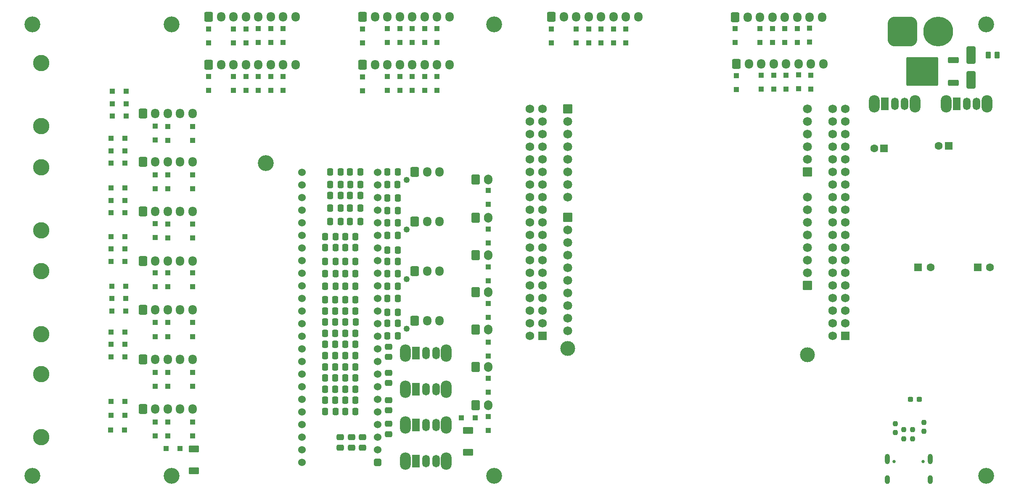
<source format=gbr>
%TF.GenerationSoftware,KiCad,Pcbnew,8.0.5*%
%TF.CreationDate,2024-12-09T22:48:52-08:00*%
%TF.ProjectId,MRIRobot_PCB,4d524952-6f62-46f7-945f-5043422e6b69,rev?*%
%TF.SameCoordinates,Original*%
%TF.FileFunction,Soldermask,Bot*%
%TF.FilePolarity,Negative*%
%FSLAX46Y46*%
G04 Gerber Fmt 4.6, Leading zero omitted, Abs format (unit mm)*
G04 Created by KiCad (PCBNEW 8.0.5) date 2024-12-09 22:48:52*
%MOMM*%
%LPD*%
G01*
G04 APERTURE LIST*
G04 Aperture macros list*
%AMRoundRect*
0 Rectangle with rounded corners*
0 $1 Rounding radius*
0 $2 $3 $4 $5 $6 $7 $8 $9 X,Y pos of 4 corners*
0 Add a 4 corners polygon primitive as box body*
4,1,4,$2,$3,$4,$5,$6,$7,$8,$9,$2,$3,0*
0 Add four circle primitives for the rounded corners*
1,1,$1+$1,$2,$3*
1,1,$1+$1,$4,$5*
1,1,$1+$1,$6,$7*
1,1,$1+$1,$8,$9*
0 Add four rect primitives between the rounded corners*
20,1,$1+$1,$2,$3,$4,$5,0*
20,1,$1+$1,$4,$5,$6,$7,0*
20,1,$1+$1,$6,$7,$8,$9,0*
20,1,$1+$1,$8,$9,$2,$3,0*%
G04 Aperture macros list end*
%ADD10RoundRect,0.250000X-0.600000X-0.750000X0.600000X-0.750000X0.600000X0.750000X-0.600000X0.750000X0*%
%ADD11O,1.700000X2.000000*%
%ADD12C,3.000000*%
%ADD13RoundRect,0.102000X0.802500X0.802500X-0.802500X0.802500X-0.802500X-0.802500X0.802500X-0.802500X0*%
%ADD14C,1.809000*%
%ADD15RoundRect,0.102000X0.765000X0.765000X-0.765000X0.765000X-0.765000X-0.765000X0.765000X-0.765000X0*%
%ADD16C,1.734000*%
%ADD17RoundRect,0.250000X-0.600000X-0.725000X0.600000X-0.725000X0.600000X0.725000X-0.600000X0.725000X0*%
%ADD18O,1.700000X1.950000*%
%ADD19C,0.650000*%
%ADD20O,1.000000X2.100000*%
%ADD21O,1.000000X1.800000*%
%ADD22O,2.200000X3.500000*%
%ADD23R,1.500000X2.500000*%
%ADD24O,1.500000X2.500000*%
%ADD25C,3.200000*%
%ADD26R,1.600000X1.600000*%
%ADD27C,1.600000*%
%ADD28C,3.300000*%
%ADD29C,1.250000*%
%ADD30RoundRect,1.500000X-1.500000X-1.500000X1.500000X-1.500000X1.500000X1.500000X-1.500000X1.500000X0*%
%ADD31C,6.000000*%
%ADD32C,1.524000*%
%ADD33RoundRect,0.381000X-0.381000X-0.381000X0.381000X-0.381000X0.381000X0.381000X-0.381000X0.381000X0*%
%ADD34RoundRect,0.250000X-0.300000X0.300000X-0.300000X-0.300000X0.300000X-0.300000X0.300000X0.300000X0*%
%ADD35RoundRect,0.250000X-0.300000X-0.300000X0.300000X-0.300000X0.300000X0.300000X-0.300000X0.300000X0*%
%ADD36RoundRect,0.250000X-0.337500X-0.475000X0.337500X-0.475000X0.337500X0.475000X-0.337500X0.475000X0*%
%ADD37RoundRect,0.250000X-0.475000X0.337500X-0.475000X-0.337500X0.475000X-0.337500X0.475000X0.337500X0*%
%ADD38RoundRect,0.250000X0.300000X0.300000X-0.300000X0.300000X-0.300000X-0.300000X0.300000X-0.300000X0*%
%ADD39RoundRect,0.250000X-0.800000X0.450000X-0.800000X-0.450000X0.800000X-0.450000X0.800000X0.450000X0*%
%ADD40RoundRect,0.237500X0.237500X-0.250000X0.237500X0.250000X-0.237500X0.250000X-0.237500X-0.250000X0*%
%ADD41RoundRect,0.250000X0.850000X0.350000X-0.850000X0.350000X-0.850000X-0.350000X0.850000X-0.350000X0*%
%ADD42RoundRect,0.249997X2.950003X2.650003X-2.950003X2.650003X-2.950003X-2.650003X2.950003X-2.650003X0*%
%ADD43RoundRect,0.250000X0.650000X-1.500000X0.650000X1.500000X-0.650000X1.500000X-0.650000X-1.500000X0*%
%ADD44RoundRect,0.250000X-0.262500X-0.450000X0.262500X-0.450000X0.262500X0.450000X-0.262500X0.450000X0*%
%ADD45RoundRect,0.237500X-0.300000X-0.237500X0.300000X-0.237500X0.300000X0.237500X-0.300000X0.237500X0*%
G04 APERTURE END LIST*
D10*
%TO.C,J14*%
X119250000Y-111000000D03*
D11*
X121750000Y-111000000D03*
%TD*%
D12*
%TO.C,U1*%
X186020000Y-138570000D03*
X137760000Y-137300000D03*
D13*
X137760000Y-110880000D03*
D14*
X137760000Y-113420000D03*
X137760000Y-115960000D03*
X137760000Y-118500000D03*
X137760000Y-121040000D03*
X137760000Y-123580000D03*
X137760000Y-126120000D03*
X137760000Y-128660000D03*
X137760000Y-131200000D03*
X137760000Y-133740000D03*
D13*
X186020000Y-124600000D03*
D14*
X186020000Y-122060000D03*
X186020000Y-119520000D03*
X186020000Y-116980000D03*
X186020000Y-114440000D03*
X186020000Y-111900000D03*
X186020000Y-109360000D03*
X186020000Y-106820000D03*
D15*
X193640000Y-134760000D03*
D16*
X191100000Y-134760000D03*
X193640000Y-132220000D03*
X191100000Y-132220000D03*
X193640000Y-129680000D03*
X191100000Y-129680000D03*
X193640000Y-127140000D03*
X191100000Y-127140000D03*
X193640000Y-124600000D03*
X191100000Y-124600000D03*
X193640000Y-122060000D03*
X191100000Y-122060000D03*
X193640000Y-119520000D03*
X191100000Y-119520000D03*
X193640000Y-116980000D03*
X191100000Y-116980000D03*
X193640000Y-114440000D03*
X191100000Y-114440000D03*
X193640000Y-111900000D03*
X191100000Y-111900000D03*
X193640000Y-109360000D03*
X191100000Y-109360000D03*
X193640000Y-106820000D03*
X191100000Y-106820000D03*
X193640000Y-104280000D03*
X191100000Y-104280000D03*
X193640000Y-101740000D03*
X191100000Y-101740000D03*
X193640000Y-99200000D03*
X191100000Y-99200000D03*
X193640000Y-96660000D03*
X191100000Y-96660000D03*
X193640000Y-94120000D03*
X191100000Y-94120000D03*
X193640000Y-91580000D03*
X191100000Y-91580000D03*
X193640000Y-89040000D03*
X191100000Y-89040000D03*
D13*
X186020000Y-101740000D03*
D14*
X186020000Y-99200000D03*
X186020000Y-96660000D03*
X186020000Y-94120000D03*
X186020000Y-91580000D03*
X186020000Y-89040000D03*
D13*
X137760000Y-89040000D03*
D14*
X137760000Y-91580000D03*
X137760000Y-94120000D03*
X137760000Y-96660000D03*
X137760000Y-99200000D03*
X137760000Y-101740000D03*
X137760000Y-104280000D03*
X137760000Y-106820000D03*
D15*
X132680000Y-134760000D03*
D16*
X130140000Y-134760000D03*
X132680000Y-132220000D03*
X130140000Y-132220000D03*
X132680000Y-129680000D03*
X130140000Y-129680000D03*
X132680000Y-127140000D03*
X130140000Y-127140000D03*
X132680000Y-124600000D03*
X130140000Y-124600000D03*
X132680000Y-122060000D03*
X130140000Y-122060000D03*
X132680000Y-119520000D03*
X130140000Y-119520000D03*
X132680000Y-116980000D03*
X130140000Y-116980000D03*
X132680000Y-114440000D03*
X130140000Y-114440000D03*
X132680000Y-111900000D03*
X130140000Y-111900000D03*
X132680000Y-109360000D03*
X130140000Y-109360000D03*
X132680000Y-106820000D03*
X130140000Y-106820000D03*
X132680000Y-104280000D03*
X130140000Y-104280000D03*
X132680000Y-101740000D03*
X130140000Y-101740000D03*
X132680000Y-99200000D03*
X130140000Y-99200000D03*
X132680000Y-96660000D03*
X130140000Y-96660000D03*
X132680000Y-94120000D03*
X130140000Y-94120000D03*
X132680000Y-91580000D03*
X130140000Y-91580000D03*
X132680000Y-89040000D03*
X130140000Y-89040000D03*
%TD*%
D17*
%TO.C,J27*%
X65500000Y-70500000D03*
D18*
X68000000Y-70500000D03*
X70500000Y-70500000D03*
X73000000Y-70500000D03*
X75500000Y-70500000D03*
X78000000Y-70500000D03*
X80500000Y-70500000D03*
X83000000Y-70500000D03*
%TD*%
D19*
%TO.C,J4*%
X203532500Y-160070000D03*
X209312500Y-160070000D03*
D20*
X202102500Y-159570000D03*
D21*
X202102500Y-163750000D03*
D20*
X210742500Y-159570000D03*
D21*
X210742500Y-163750000D03*
%TD*%
D22*
%TO.C,SW6*%
X105150000Y-160000000D03*
X113350000Y-160000000D03*
D23*
X107250000Y-160000000D03*
D24*
X109250000Y-160000000D03*
X111250000Y-160000000D03*
%TD*%
D22*
%TO.C,SW3*%
X105150000Y-138250000D03*
X113350000Y-138250000D03*
D23*
X107250000Y-138250000D03*
D24*
X109250000Y-138250000D03*
X111250000Y-138250000D03*
%TD*%
D25*
%TO.C,H9*%
X77000000Y-100000000D03*
%TD*%
D10*
%TO.C,J10*%
X119250000Y-103250000D03*
D11*
X121750000Y-103250000D03*
%TD*%
D25*
%TO.C,H8*%
X30000000Y-163000000D03*
%TD*%
D22*
%TO.C,SW2*%
X214025000Y-88000000D03*
X222225000Y-88000000D03*
D23*
X216125000Y-88000000D03*
D24*
X218125000Y-88000000D03*
X220125000Y-88000000D03*
%TD*%
D26*
%TO.C,C11*%
X220317621Y-121000000D03*
D27*
X222817621Y-121000000D03*
%TD*%
D26*
%TO.C,C3*%
X214500000Y-96500000D03*
D27*
X212500000Y-96500000D03*
%TD*%
D17*
%TO.C,J24*%
X65500000Y-80200000D03*
D18*
X68000000Y-80200000D03*
X70500000Y-80200000D03*
X73000000Y-80200000D03*
X75500000Y-80200000D03*
X78000000Y-80200000D03*
X80500000Y-80200000D03*
X83000000Y-80200000D03*
%TD*%
D28*
%TO.C,J33*%
X31825000Y-121750000D03*
X31825000Y-134450000D03*
%TD*%
%TO.C,J28*%
X31750000Y-100850000D03*
X31750000Y-113550000D03*
%TD*%
D17*
%TO.C,J6*%
X52250000Y-129500000D03*
D18*
X54750000Y-129500000D03*
X57250000Y-129500000D03*
X59750000Y-129500000D03*
X62250000Y-129500000D03*
%TD*%
D28*
%TO.C,J32*%
X31750000Y-79850000D03*
X31750000Y-92550000D03*
%TD*%
D25*
%TO.C,H5*%
X123000000Y-72000000D03*
%TD*%
D10*
%TO.C,J12*%
X119250000Y-133500000D03*
D11*
X121750000Y-133500000D03*
%TD*%
D26*
%TO.C,C10*%
X208317621Y-121000000D03*
D27*
X210817621Y-121000000D03*
%TD*%
D29*
%TO.C,J23*%
X105400000Y-103350000D03*
D17*
X107000000Y-101750000D03*
D18*
X109500000Y-101750000D03*
X112000000Y-101750000D03*
%TD*%
D17*
%TO.C,J2*%
X52250000Y-99700000D03*
D18*
X54750000Y-99700000D03*
X57250000Y-99700000D03*
X59750000Y-99700000D03*
X62250000Y-99700000D03*
%TD*%
D17*
%TO.C,J18*%
X171500000Y-70625000D03*
D18*
X174000000Y-70625000D03*
X176500000Y-70625000D03*
X179000000Y-70625000D03*
X181500000Y-70625000D03*
X184000000Y-70625000D03*
X186500000Y-70625000D03*
X189000000Y-70625000D03*
%TD*%
D30*
%TO.C,J9*%
X205150000Y-73500000D03*
D31*
X212350000Y-73500000D03*
%TD*%
D25*
%TO.C,H1*%
X58000000Y-163000000D03*
%TD*%
D17*
%TO.C,J17*%
X171750000Y-80000000D03*
D18*
X174250000Y-80000000D03*
X176750000Y-80000000D03*
X179250000Y-80000000D03*
X181750000Y-80000000D03*
X184250000Y-80000000D03*
X186750000Y-80000000D03*
X189250000Y-80000000D03*
%TD*%
D29*
%TO.C,J26*%
X105400000Y-133350000D03*
D17*
X107000000Y-131750000D03*
D18*
X109500000Y-131750000D03*
X112000000Y-131750000D03*
%TD*%
D25*
%TO.C,H4*%
X58000000Y-72000000D03*
%TD*%
D22*
%TO.C,SW4*%
X105150000Y-145500000D03*
X113350000Y-145500000D03*
D23*
X107250000Y-145500000D03*
D24*
X109250000Y-145500000D03*
X111250000Y-145500000D03*
%TD*%
D17*
%TO.C,J20*%
X96500000Y-80200000D03*
D18*
X99000000Y-80200000D03*
X101500000Y-80200000D03*
X104000000Y-80200000D03*
X106500000Y-80200000D03*
X109000000Y-80200000D03*
X111500000Y-80200000D03*
X114000000Y-80200000D03*
%TD*%
D25*
%TO.C,H6*%
X222000000Y-72000000D03*
%TD*%
%TO.C,H2*%
X123000000Y-163000000D03*
%TD*%
D10*
%TO.C,J13*%
X119250000Y-148700000D03*
D11*
X121750000Y-148700000D03*
%TD*%
D32*
%TO.C,U3*%
X84260000Y-101800000D03*
X84260000Y-104340000D03*
X84260000Y-106880000D03*
X84260000Y-109420000D03*
X84260000Y-111960000D03*
X84260000Y-114500000D03*
X84260000Y-117040000D03*
X84260000Y-119580000D03*
X84260000Y-122120000D03*
X84260000Y-124660000D03*
X84260000Y-127200000D03*
X84260000Y-129740000D03*
X84260000Y-132280000D03*
X84260000Y-134820000D03*
X84260000Y-137360000D03*
X84260000Y-139900000D03*
X84260000Y-142440000D03*
X84260000Y-144980000D03*
X84260000Y-147520000D03*
X84260000Y-150060000D03*
X84260000Y-152600000D03*
X84260000Y-155140000D03*
X84260000Y-157680000D03*
X84260000Y-160220000D03*
D33*
X99500000Y-160220000D03*
D32*
X99500000Y-157680000D03*
X99500000Y-155140000D03*
X99500000Y-152600000D03*
X99500000Y-150060000D03*
X99500000Y-147520000D03*
X99500000Y-144980000D03*
X99500000Y-142440000D03*
X99500000Y-139900000D03*
X99500000Y-137360000D03*
X99500000Y-134820000D03*
X99500000Y-132280000D03*
X99500000Y-129740000D03*
X99500000Y-127200000D03*
X99500000Y-124660000D03*
X99500000Y-122120000D03*
X99500000Y-119580000D03*
X99500000Y-117040000D03*
X99500000Y-114500000D03*
X99500000Y-111960000D03*
X99500000Y-109420000D03*
X99500000Y-106880000D03*
X99500000Y-104340000D03*
X99500000Y-101800000D03*
%TD*%
D26*
%TO.C,C2*%
X201500000Y-97000000D03*
D27*
X199500000Y-97000000D03*
%TD*%
D25*
%TO.C,H7*%
X30000000Y-72000000D03*
%TD*%
D10*
%TO.C,J11*%
X119250000Y-118500000D03*
D11*
X121750000Y-118500000D03*
%TD*%
D29*
%TO.C,J22*%
X105400000Y-113350000D03*
D17*
X107000000Y-111750000D03*
D18*
X109500000Y-111750000D03*
X112000000Y-111750000D03*
%TD*%
D17*
%TO.C,J21*%
X96500000Y-70500000D03*
D18*
X99000000Y-70500000D03*
X101500000Y-70500000D03*
X104000000Y-70500000D03*
X106500000Y-70500000D03*
X109000000Y-70500000D03*
X111500000Y-70500000D03*
X114000000Y-70500000D03*
%TD*%
D17*
%TO.C,J8*%
X52250000Y-149500000D03*
D18*
X54750000Y-149500000D03*
X57250000Y-149500000D03*
X59750000Y-149500000D03*
X62250000Y-149500000D03*
%TD*%
D28*
%TO.C,J34*%
X31825000Y-142500000D03*
X31825000Y-155200000D03*
%TD*%
D25*
%TO.C,H3*%
X222000000Y-163000000D03*
%TD*%
D17*
%TO.C,J1*%
X52250000Y-90000000D03*
D18*
X54750000Y-90000000D03*
X57250000Y-90000000D03*
X59750000Y-90000000D03*
X62250000Y-90000000D03*
%TD*%
D17*
%TO.C,J7*%
X52250000Y-139500000D03*
D18*
X54750000Y-139500000D03*
X57250000Y-139500000D03*
X59750000Y-139500000D03*
X62250000Y-139500000D03*
%TD*%
D10*
%TO.C,J15*%
X119250000Y-126000000D03*
D11*
X121750000Y-126000000D03*
%TD*%
D10*
%TO.C,J16*%
X119250000Y-141000000D03*
D11*
X121750000Y-141000000D03*
%TD*%
D17*
%TO.C,J5*%
X52250000Y-119700000D03*
D18*
X54750000Y-119700000D03*
X57250000Y-119700000D03*
X59750000Y-119700000D03*
X62250000Y-119700000D03*
%TD*%
D22*
%TO.C,SW5*%
X105150000Y-152750000D03*
X113350000Y-152750000D03*
D23*
X107250000Y-152750000D03*
D24*
X109250000Y-152750000D03*
X111250000Y-152750000D03*
%TD*%
D17*
%TO.C,J19*%
X134500000Y-70500000D03*
D18*
X137000000Y-70500000D03*
X139500000Y-70500000D03*
X142000000Y-70500000D03*
X144500000Y-70500000D03*
X147000000Y-70500000D03*
X149500000Y-70500000D03*
X152000000Y-70500000D03*
%TD*%
D22*
%TO.C,SW1*%
X199525000Y-88000000D03*
X207725000Y-88000000D03*
D23*
X201625000Y-88000000D03*
D24*
X203625000Y-88000000D03*
X205625000Y-88000000D03*
%TD*%
D17*
%TO.C,J3*%
X52250000Y-109700000D03*
D18*
X54750000Y-109700000D03*
X57250000Y-109700000D03*
X59750000Y-109700000D03*
X62250000Y-109700000D03*
%TD*%
D29*
%TO.C,J25*%
X105400000Y-123350000D03*
D17*
X107000000Y-121750000D03*
D18*
X109500000Y-121750000D03*
X112000000Y-121750000D03*
%TD*%
D34*
%TO.C,D22*%
X62250000Y-152100000D03*
X62250000Y-154900000D03*
%TD*%
D35*
%TO.C,D96*%
X45850000Y-105000000D03*
X48650000Y-105000000D03*
%TD*%
D34*
%TO.C,D53*%
X149500000Y-73000000D03*
X149500000Y-75800000D03*
%TD*%
D36*
%TO.C,R35*%
X88925000Y-141000000D03*
X91000000Y-141000000D03*
%TD*%
D35*
%TO.C,D102*%
X46000000Y-124750000D03*
X48800000Y-124750000D03*
%TD*%
D34*
%TO.C,D70*%
X73000000Y-82500000D03*
X73000000Y-85300000D03*
%TD*%
%TO.C,D76*%
X73000000Y-72950000D03*
X73000000Y-75750000D03*
%TD*%
%TO.C,D38*%
X54750000Y-152100000D03*
X54750000Y-154900000D03*
%TD*%
D36*
%TO.C,R128*%
X101500000Y-101750000D03*
X103575000Y-101750000D03*
%TD*%
%TO.C,R43*%
X88962500Y-124750000D03*
X91037500Y-124750000D03*
%TD*%
D34*
%TO.C,D72*%
X65500000Y-73000000D03*
X65500000Y-75800000D03*
%TD*%
%TO.C,D41*%
X186750000Y-82250000D03*
X186750000Y-85050000D03*
%TD*%
%TO.C,D85*%
X121750000Y-151000000D03*
X121750000Y-153800000D03*
%TD*%
D35*
%TO.C,D105*%
X45850000Y-134000000D03*
X48650000Y-134000000D03*
%TD*%
D34*
%TO.C,D45*%
X184000000Y-72875000D03*
X184000000Y-75675000D03*
%TD*%
D36*
%TO.C,R123*%
X101500000Y-119750000D03*
X103575000Y-119750000D03*
%TD*%
%TO.C,C56*%
X93962500Y-111750000D03*
X96037500Y-111750000D03*
%TD*%
D34*
%TO.C,D59*%
X111500000Y-82500000D03*
X111500000Y-85300000D03*
%TD*%
D36*
%TO.C,C47*%
X93000000Y-134250000D03*
X95075000Y-134250000D03*
%TD*%
%TO.C,R34*%
X88962500Y-150000000D03*
X91037500Y-150000000D03*
%TD*%
D34*
%TO.C,D49*%
X144500000Y-73000000D03*
X144500000Y-75800000D03*
%TD*%
D36*
%TO.C,R127*%
X101500000Y-114500000D03*
X103575000Y-114500000D03*
%TD*%
D34*
%TO.C,D61*%
X106500000Y-72850000D03*
X106500000Y-75650000D03*
%TD*%
%TO.C,D57*%
X109000000Y-82500000D03*
X109000000Y-85300000D03*
%TD*%
D37*
%TO.C,R115*%
X92000000Y-155212500D03*
X92000000Y-157287500D03*
%TD*%
D34*
%TO.C,D34*%
X62250000Y-142100000D03*
X62250000Y-144900000D03*
%TD*%
D36*
%TO.C,R85*%
X89962500Y-101750000D03*
X92037500Y-101750000D03*
%TD*%
%TO.C,R41*%
X88925000Y-129750000D03*
X91000000Y-129750000D03*
%TD*%
D38*
%TO.C,D84*%
X119200000Y-151250000D03*
X116400000Y-151250000D03*
%TD*%
D34*
%TO.C,D29*%
X57250000Y-112250000D03*
X57250000Y-115050000D03*
%TD*%
D36*
%TO.C,R119*%
X101500000Y-124750000D03*
X103575000Y-124750000D03*
%TD*%
D37*
%TO.C,R112*%
X101750000Y-147712500D03*
X101750000Y-149787500D03*
%TD*%
D36*
%TO.C,R45*%
X88962500Y-122250000D03*
X91037500Y-122250000D03*
%TD*%
D34*
%TO.C,D30*%
X54750000Y-112200000D03*
X54750000Y-115000000D03*
%TD*%
%TO.C,D28*%
X62250000Y-112250000D03*
X62250000Y-115050000D03*
%TD*%
D36*
%TO.C,C53*%
X93000000Y-119750000D03*
X95075000Y-119750000D03*
%TD*%
D34*
%TO.C,D67*%
X75500000Y-82500000D03*
X75500000Y-85300000D03*
%TD*%
D36*
%TO.C,C50*%
X93000000Y-129750000D03*
X95075000Y-129750000D03*
%TD*%
%TO.C,R80*%
X89962500Y-111750000D03*
X92037500Y-111750000D03*
%TD*%
%TO.C,C58*%
X93962500Y-109000000D03*
X96037500Y-109000000D03*
%TD*%
D34*
%TO.C,D15*%
X171750000Y-82350000D03*
X171750000Y-85150000D03*
%TD*%
D36*
%TO.C,R129*%
X101462500Y-104250000D03*
X103537500Y-104250000D03*
%TD*%
D34*
%TO.C,D73*%
X75500000Y-72850000D03*
X75500000Y-75650000D03*
%TD*%
D35*
%TO.C,D108*%
X45750000Y-153750000D03*
X48550000Y-153750000D03*
%TD*%
%TO.C,D92*%
X46100000Y-90500000D03*
X48900000Y-90500000D03*
%TD*%
D34*
%TO.C,D79*%
X121750000Y-128250000D03*
X121750000Y-131050000D03*
%TD*%
D35*
%TO.C,D94*%
X45850000Y-107500000D03*
X48650000Y-107500000D03*
%TD*%
D34*
%TO.C,D71*%
X80500000Y-82500000D03*
X80500000Y-85300000D03*
%TD*%
D36*
%TO.C,R38*%
X88925000Y-134250000D03*
X91000000Y-134250000D03*
%TD*%
D34*
%TO.C,D23*%
X57250000Y-92600000D03*
X57250000Y-95400000D03*
%TD*%
D36*
%TO.C,R130*%
X101500000Y-107000000D03*
X103575000Y-107000000D03*
%TD*%
%TO.C,C41*%
X93000000Y-147750000D03*
X95075000Y-147750000D03*
%TD*%
D35*
%TO.C,D99*%
X45850000Y-114750000D03*
X48650000Y-114750000D03*
%TD*%
D39*
%TO.C,D87*%
X62500000Y-157550000D03*
X62500000Y-161950000D03*
%TD*%
D34*
%TO.C,D19*%
X62250000Y-122100000D03*
X62250000Y-124900000D03*
%TD*%
D38*
%TO.C,D86*%
X59750000Y-157500000D03*
X56950000Y-157500000D03*
%TD*%
D34*
%TO.C,D58*%
X104000000Y-82500000D03*
X104000000Y-85300000D03*
%TD*%
%TO.C,D80*%
X121750000Y-113250000D03*
X121750000Y-116050000D03*
%TD*%
D35*
%TO.C,D90*%
X46100000Y-85500000D03*
X48900000Y-85500000D03*
%TD*%
D34*
%TO.C,D36*%
X54750000Y-142100000D03*
X54750000Y-144900000D03*
%TD*%
D36*
%TO.C,C57*%
X92962500Y-114750000D03*
X95037500Y-114750000D03*
%TD*%
%TO.C,C42*%
X92962500Y-145500000D03*
X95037500Y-145500000D03*
%TD*%
D34*
%TO.C,D25*%
X62250000Y-102350000D03*
X62250000Y-105150000D03*
%TD*%
%TO.C,D24*%
X54750000Y-92500000D03*
X54750000Y-95300000D03*
%TD*%
%TO.C,D52*%
X142000000Y-73000000D03*
X142000000Y-75800000D03*
%TD*%
D36*
%TO.C,R117*%
X101500000Y-134750000D03*
X103575000Y-134750000D03*
%TD*%
D37*
%TO.C,R110*%
X101750000Y-152500000D03*
X101750000Y-154575000D03*
%TD*%
D34*
%TO.C,D65*%
X111500000Y-72850000D03*
X111500000Y-75650000D03*
%TD*%
D37*
%TO.C,R116*%
X101750000Y-136962500D03*
X101750000Y-139037500D03*
%TD*%
D40*
%TO.C,R14*%
X203740000Y-154250000D03*
X203740000Y-152425000D03*
%TD*%
D36*
%TO.C,C54*%
X92962500Y-122250000D03*
X95037500Y-122250000D03*
%TD*%
D34*
%TO.C,D82*%
X121750000Y-120850000D03*
X121750000Y-123650000D03*
%TD*%
%TO.C,D74*%
X70500000Y-73000000D03*
X70500000Y-75800000D03*
%TD*%
D35*
%TO.C,D91*%
X45850000Y-97500000D03*
X48650000Y-97500000D03*
%TD*%
D34*
%TO.C,D81*%
X121750000Y-136000000D03*
X121750000Y-138800000D03*
%TD*%
D35*
%TO.C,D98*%
X45850000Y-110000000D03*
X48650000Y-110000000D03*
%TD*%
D34*
%TO.C,D68*%
X70500000Y-82500000D03*
X70500000Y-85300000D03*
%TD*%
D36*
%TO.C,R81*%
X88962500Y-114750000D03*
X91037500Y-114750000D03*
%TD*%
%TO.C,R42*%
X88925000Y-127500000D03*
X91000000Y-127500000D03*
%TD*%
D34*
%TO.C,D66*%
X65500000Y-82500000D03*
X65500000Y-85300000D03*
%TD*%
D36*
%TO.C,C59*%
X94000000Y-104250000D03*
X96075000Y-104250000D03*
%TD*%
%TO.C,C43*%
X92962500Y-150000000D03*
X95037500Y-150000000D03*
%TD*%
D35*
%TO.C,D100*%
X46000000Y-127250000D03*
X48800000Y-127250000D03*
%TD*%
%TO.C,D106*%
X45850000Y-148000000D03*
X48650000Y-148000000D03*
%TD*%
D36*
%TO.C,R36*%
X88925000Y-138750000D03*
X91000000Y-138750000D03*
%TD*%
%TO.C,R122*%
X101500000Y-117500000D03*
X103575000Y-117500000D03*
%TD*%
%TO.C,C61*%
X93962500Y-101750000D03*
X96037500Y-101750000D03*
%TD*%
D34*
%TO.C,D20*%
X57250000Y-122100000D03*
X57250000Y-124900000D03*
%TD*%
%TO.C,D64*%
X104000000Y-72850000D03*
X104000000Y-75650000D03*
%TD*%
%TO.C,D63*%
X109000000Y-72850000D03*
X109000000Y-75650000D03*
%TD*%
D41*
%TO.C,Q1*%
X215450000Y-79222500D03*
D42*
X209150000Y-81502500D03*
D41*
X215450000Y-83782500D03*
%TD*%
D36*
%TO.C,C44*%
X93000000Y-141000000D03*
X95075000Y-141000000D03*
%TD*%
%TO.C,R121*%
X101500000Y-127250000D03*
X103575000Y-127250000D03*
%TD*%
D34*
%TO.C,D83*%
X121750000Y-143350000D03*
X121750000Y-146150000D03*
%TD*%
%TO.C,D40*%
X184250000Y-82200000D03*
X184250000Y-85000000D03*
%TD*%
%TO.C,D44*%
X176500000Y-72875000D03*
X176500000Y-75675000D03*
%TD*%
D43*
%TO.C,D109*%
X219000000Y-83250000D03*
X219000000Y-78250000D03*
%TD*%
D36*
%TO.C,R125*%
X101500000Y-109500000D03*
X103575000Y-109500000D03*
%TD*%
%TO.C,R40*%
X88925000Y-136500000D03*
X91000000Y-136500000D03*
%TD*%
D34*
%TO.C,D54*%
X96500000Y-82600000D03*
X96500000Y-85400000D03*
%TD*%
D44*
%TO.C,R6*%
X222425000Y-78250000D03*
X224250000Y-78250000D03*
%TD*%
D36*
%TO.C,C55*%
X92962500Y-117000000D03*
X95037500Y-117000000D03*
%TD*%
D34*
%TO.C,D33*%
X54750000Y-132100000D03*
X54750000Y-134900000D03*
%TD*%
%TO.C,D55*%
X106500000Y-82500000D03*
X106500000Y-85300000D03*
%TD*%
D45*
%TO.C,C1*%
X206830000Y-147587500D03*
X208555000Y-147587500D03*
%TD*%
D37*
%TO.C,R113*%
X94250000Y-155212500D03*
X94250000Y-157287500D03*
%TD*%
D35*
%TO.C,D103*%
X45850000Y-136500000D03*
X48650000Y-136500000D03*
%TD*%
D34*
%TO.C,D43*%
X181500000Y-72875000D03*
X181500000Y-75675000D03*
%TD*%
%TO.C,D18*%
X179250000Y-82250000D03*
X179250000Y-85050000D03*
%TD*%
D39*
%TO.C,D12*%
X117750000Y-153800000D03*
X117750000Y-158200000D03*
%TD*%
D34*
%TO.C,D77*%
X80500000Y-72850000D03*
X80500000Y-75650000D03*
%TD*%
D36*
%TO.C,R124*%
X101500000Y-122250000D03*
X103575000Y-122250000D03*
%TD*%
D35*
%TO.C,D88*%
X46100000Y-88000000D03*
X48900000Y-88000000D03*
%TD*%
D36*
%TO.C,C45*%
X93000000Y-138750000D03*
X95075000Y-138750000D03*
%TD*%
D34*
%TO.C,D42*%
X171500000Y-72875000D03*
X171500000Y-75675000D03*
%TD*%
D36*
%TO.C,R33*%
X88925000Y-145500000D03*
X91000000Y-145500000D03*
%TD*%
D34*
%TO.C,D62*%
X101500000Y-72850000D03*
X101500000Y-75650000D03*
%TD*%
D36*
%TO.C,R118*%
X101500000Y-132250000D03*
X103575000Y-132250000D03*
%TD*%
%TO.C,R32*%
X88925000Y-147750000D03*
X91000000Y-147750000D03*
%TD*%
D34*
%TO.C,D51*%
X147000000Y-73000000D03*
X147000000Y-75800000D03*
%TD*%
D36*
%TO.C,R44*%
X88962500Y-119750000D03*
X91037500Y-119750000D03*
%TD*%
D34*
%TO.C,D17*%
X62250000Y-92600000D03*
X62250000Y-95400000D03*
%TD*%
D36*
%TO.C,C52*%
X92962500Y-124750000D03*
X95037500Y-124750000D03*
%TD*%
D34*
%TO.C,D69*%
X78000000Y-82500000D03*
X78000000Y-85300000D03*
%TD*%
D35*
%TO.C,D107*%
X45850000Y-150750000D03*
X48650000Y-150750000D03*
%TD*%
D40*
%TO.C,R21*%
X205442500Y-155500000D03*
X205442500Y-153675000D03*
%TD*%
D34*
%TO.C,D56*%
X101500000Y-82500000D03*
X101500000Y-85300000D03*
%TD*%
D36*
%TO.C,R37*%
X88925000Y-143250000D03*
X91000000Y-143250000D03*
%TD*%
D35*
%TO.C,D95*%
X45850000Y-119750000D03*
X48650000Y-119750000D03*
%TD*%
D36*
%TO.C,R82*%
X89962500Y-109000000D03*
X92037500Y-109000000D03*
%TD*%
%TO.C,C48*%
X93037500Y-132000000D03*
X95112500Y-132000000D03*
%TD*%
D35*
%TO.C,D93*%
X45850000Y-95000000D03*
X48650000Y-95000000D03*
%TD*%
D34*
%TO.C,D21*%
X54750000Y-122100000D03*
X54750000Y-124900000D03*
%TD*%
D36*
%TO.C,R83*%
X89962500Y-104250000D03*
X92037500Y-104250000D03*
%TD*%
D34*
%TO.C,D75*%
X78000000Y-72850000D03*
X78000000Y-75650000D03*
%TD*%
D37*
%TO.C,R114*%
X101750000Y-142212500D03*
X101750000Y-144287500D03*
%TD*%
D34*
%TO.C,D27*%
X54750000Y-102350000D03*
X54750000Y-105150000D03*
%TD*%
D40*
%TO.C,R13*%
X209490000Y-154000000D03*
X209490000Y-152175000D03*
%TD*%
D36*
%TO.C,R120*%
X101500000Y-130000000D03*
X103575000Y-130000000D03*
%TD*%
D35*
%TO.C,D104*%
X46000000Y-129750000D03*
X48800000Y-129750000D03*
%TD*%
D34*
%TO.C,D47*%
X186500000Y-72825000D03*
X186500000Y-75625000D03*
%TD*%
D35*
%TO.C,D89*%
X45850000Y-100000000D03*
X48650000Y-100000000D03*
%TD*%
D34*
%TO.C,D39*%
X181750000Y-82250000D03*
X181750000Y-85050000D03*
%TD*%
%TO.C,D37*%
X57250000Y-152100000D03*
X57250000Y-154900000D03*
%TD*%
%TO.C,D50*%
X139500000Y-73000000D03*
X139500000Y-75800000D03*
%TD*%
D36*
%TO.C,C60*%
X93962500Y-106500000D03*
X96037500Y-106500000D03*
%TD*%
%TO.C,C49*%
X93000000Y-136500000D03*
X95075000Y-136500000D03*
%TD*%
D34*
%TO.C,D32*%
X57250000Y-132100000D03*
X57250000Y-134900000D03*
%TD*%
%TO.C,D31*%
X62250000Y-132100000D03*
X62250000Y-134900000D03*
%TD*%
D36*
%TO.C,C46*%
X93000000Y-143250000D03*
X95075000Y-143250000D03*
%TD*%
D34*
%TO.C,D16*%
X176750000Y-82250000D03*
X176750000Y-85050000D03*
%TD*%
D36*
%TO.C,R46*%
X88962500Y-117000000D03*
X91037500Y-117000000D03*
%TD*%
D34*
%TO.C,D48*%
X134500000Y-72950000D03*
X134500000Y-75750000D03*
%TD*%
D36*
%TO.C,R126*%
X101500000Y-112000000D03*
X103575000Y-112000000D03*
%TD*%
D34*
%TO.C,D60*%
X96500000Y-73000000D03*
X96500000Y-75800000D03*
%TD*%
D35*
%TO.C,D101*%
X45850000Y-139000000D03*
X48650000Y-139000000D03*
%TD*%
D34*
%TO.C,D35*%
X57250000Y-142100000D03*
X57250000Y-144900000D03*
%TD*%
D36*
%TO.C,R84*%
X89962500Y-106500000D03*
X92037500Y-106500000D03*
%TD*%
D35*
%TO.C,D97*%
X45850000Y-117250000D03*
X48650000Y-117250000D03*
%TD*%
D34*
%TO.C,D26*%
X57250000Y-102350000D03*
X57250000Y-105150000D03*
%TD*%
%TO.C,D78*%
X121750000Y-105500000D03*
X121750000Y-108300000D03*
%TD*%
D36*
%TO.C,C51*%
X93000000Y-127500000D03*
X95075000Y-127500000D03*
%TD*%
%TO.C,R39*%
X88925000Y-132000000D03*
X91000000Y-132000000D03*
%TD*%
D40*
%TO.C,R22*%
X207192500Y-155500000D03*
X207192500Y-153675000D03*
%TD*%
D37*
%TO.C,R111*%
X96500000Y-155212500D03*
X96500000Y-157287500D03*
%TD*%
D34*
%TO.C,D46*%
X179000000Y-72875000D03*
X179000000Y-75675000D03*
%TD*%
M02*

</source>
